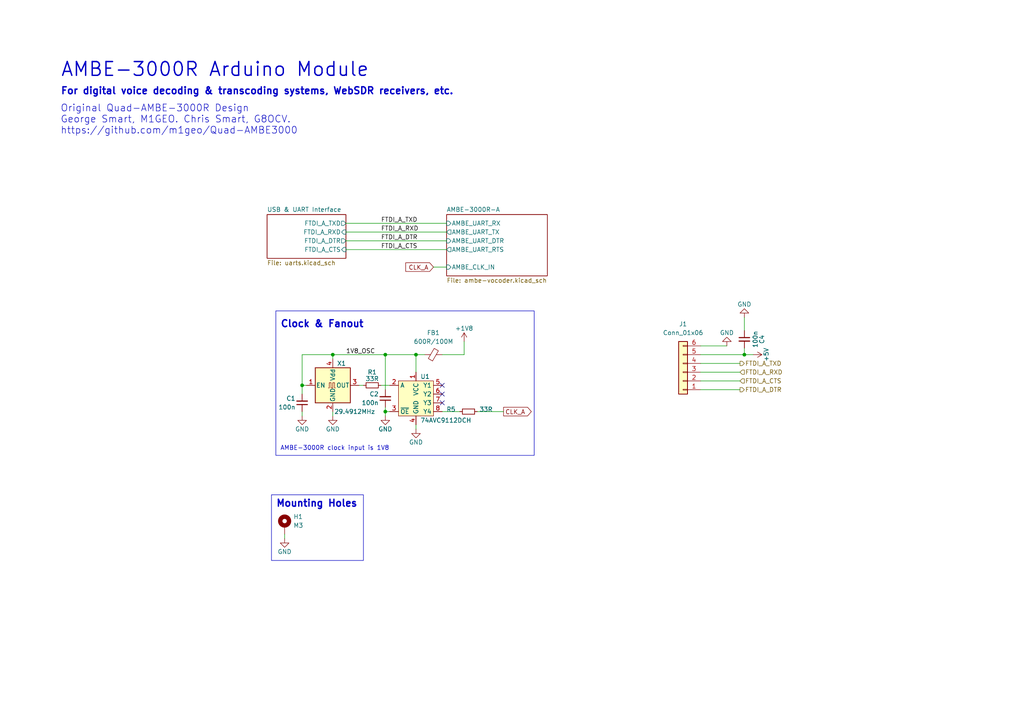
<source format=kicad_sch>
(kicad_sch
	(version 20231120)
	(generator "eeschema")
	(generator_version "8.0")
	(uuid "5724fa40-164f-4058-9cc8-ef80d9809dcd")
	(paper "A4")
	(title_block
		(title "AMBE-3000R Arduino Module")
		(date "2024-02-26")
		(rev "1.00")
		(company "VA3IAN")
		(comment 1 "Original Design: M1GEO & G8OCV")
	)
	(lib_symbols
		(symbol "74AVC9112DCH:74AVC9112DCH"
			(exclude_from_sim no)
			(in_bom yes)
			(on_board yes)
			(property "Reference" "U"
				(at 0 0 0)
				(effects
					(font
						(size 1.27 1.27)
					)
				)
			)
			(property "Value" "74AVC9112DCH"
				(at 0 0 0)
				(effects
					(font
						(size 1.27 1.27)
					)
				)
			)
			(property "Footprint" "Package_SO:VSSOP-8_2.4x2.1mm_P0.5mm"
				(at 0 0 0)
				(effects
					(font
						(size 1.27 1.27)
					)
					(hide yes)
				)
			)
			(property "Datasheet" "https://datasheet.lcsc.com/lcsc/2007021733_Nexperia-74AVC9112DCH_C546283.pdf"
				(at 0 0 0)
				(effects
					(font
						(size 1.27 1.27)
					)
					(hide yes)
				)
			)
			(property "Description" ""
				(at 0 0 0)
				(effects
					(font
						(size 1.27 1.27)
					)
					(hide yes)
				)
			)
			(property "LCSC" "C546283"
				(at 0 0 0)
				(effects
					(font
						(size 1.27 1.27)
					)
				)
			)
			(property "ki_keywords" "Clock Buffers, Drivers"
				(at 0 0 0)
				(effects
					(font
						(size 1.27 1.27)
					)
					(hide yes)
				)
			)
			(symbol "74AVC9112DCH_0_0"
				(pin power_in line
					(at 12.7 -7.62 270)
					(length 2.54)
					(name "VCC"
						(effects
							(font
								(size 1.27 1.27)
							)
						)
					)
					(number "1"
						(effects
							(font
								(size 1.27 1.27)
							)
						)
					)
				)
				(pin input line
					(at 5.08 -11.43 0)
					(length 2.54)
					(name "A"
						(effects
							(font
								(size 1.27 1.27)
							)
						)
					)
					(number "2"
						(effects
							(font
								(size 1.27 1.27)
							)
						)
					)
				)
				(pin input line
					(at 5.08 -19.05 0)
					(length 2.54)
					(name "~{OE}"
						(effects
							(font
								(size 1.27 1.27)
							)
						)
					)
					(number "3"
						(effects
							(font
								(size 1.27 1.27)
							)
						)
					)
				)
				(pin power_in line
					(at 12.7 -22.86 90)
					(length 2.54)
					(name "GND"
						(effects
							(font
								(size 1.27 1.27)
							)
						)
					)
					(number "4"
						(effects
							(font
								(size 1.27 1.27)
							)
						)
					)
				)
				(pin output line
					(at 20.32 -11.43 180)
					(length 2.54)
					(name "Y1"
						(effects
							(font
								(size 1.27 1.27)
							)
						)
					)
					(number "5"
						(effects
							(font
								(size 1.27 1.27)
							)
						)
					)
				)
				(pin output line
					(at 20.32 -13.97 180)
					(length 2.54)
					(name "Y2"
						(effects
							(font
								(size 1.27 1.27)
							)
						)
					)
					(number "6"
						(effects
							(font
								(size 1.27 1.27)
							)
						)
					)
				)
				(pin output line
					(at 20.32 -16.51 180)
					(length 2.54)
					(name "Y3"
						(effects
							(font
								(size 1.27 1.27)
							)
						)
					)
					(number "7"
						(effects
							(font
								(size 1.27 1.27)
							)
						)
					)
				)
				(pin output line
					(at 20.32 -19.05 180)
					(length 2.54)
					(name "Y4"
						(effects
							(font
								(size 1.27 1.27)
							)
						)
					)
					(number "8"
						(effects
							(font
								(size 1.27 1.27)
							)
						)
					)
				)
			)
			(symbol "74AVC9112DCH_1_1"
				(rectangle
					(start 7.62 -10.16)
					(end 17.78 -20.32)
					(stroke
						(width 0)
						(type default)
					)
					(fill
						(type background)
					)
				)
			)
		)
		(symbol "Connector_Generic:Conn_01x06"
			(pin_names
				(offset 1.016) hide)
			(exclude_from_sim no)
			(in_bom yes)
			(on_board yes)
			(property "Reference" "J"
				(at 0 7.62 0)
				(effects
					(font
						(size 1.27 1.27)
					)
				)
			)
			(property "Value" "Conn_01x06"
				(at 0 -10.16 0)
				(effects
					(font
						(size 1.27 1.27)
					)
				)
			)
			(property "Footprint" ""
				(at 0 0 0)
				(effects
					(font
						(size 1.27 1.27)
					)
					(hide yes)
				)
			)
			(property "Datasheet" "~"
				(at 0 0 0)
				(effects
					(font
						(size 1.27 1.27)
					)
					(hide yes)
				)
			)
			(property "Description" "Generic connector, single row, 01x06, script generated (kicad-library-utils/schlib/autogen/connector/)"
				(at 0 0 0)
				(effects
					(font
						(size 1.27 1.27)
					)
					(hide yes)
				)
			)
			(property "ki_keywords" "connector"
				(at 0 0 0)
				(effects
					(font
						(size 1.27 1.27)
					)
					(hide yes)
				)
			)
			(property "ki_fp_filters" "Connector*:*_1x??_*"
				(at 0 0 0)
				(effects
					(font
						(size 1.27 1.27)
					)
					(hide yes)
				)
			)
			(symbol "Conn_01x06_1_1"
				(rectangle
					(start -1.27 -7.493)
					(end 0 -7.747)
					(stroke
						(width 0.1524)
						(type default)
					)
					(fill
						(type none)
					)
				)
				(rectangle
					(start -1.27 -4.953)
					(end 0 -5.207)
					(stroke
						(width 0.1524)
						(type default)
					)
					(fill
						(type none)
					)
				)
				(rectangle
					(start -1.27 -2.413)
					(end 0 -2.667)
					(stroke
						(width 0.1524)
						(type default)
					)
					(fill
						(type none)
					)
				)
				(rectangle
					(start -1.27 0.127)
					(end 0 -0.127)
					(stroke
						(width 0.1524)
						(type default)
					)
					(fill
						(type none)
					)
				)
				(rectangle
					(start -1.27 2.667)
					(end 0 2.413)
					(stroke
						(width 0.1524)
						(type default)
					)
					(fill
						(type none)
					)
				)
				(rectangle
					(start -1.27 5.207)
					(end 0 4.953)
					(stroke
						(width 0.1524)
						(type default)
					)
					(fill
						(type none)
					)
				)
				(rectangle
					(start -1.27 6.35)
					(end 1.27 -8.89)
					(stroke
						(width 0.254)
						(type default)
					)
					(fill
						(type background)
					)
				)
				(pin passive line
					(at -5.08 5.08 0)
					(length 3.81)
					(name "Pin_1"
						(effects
							(font
								(size 1.27 1.27)
							)
						)
					)
					(number "1"
						(effects
							(font
								(size 1.27 1.27)
							)
						)
					)
				)
				(pin passive line
					(at -5.08 2.54 0)
					(length 3.81)
					(name "Pin_2"
						(effects
							(font
								(size 1.27 1.27)
							)
						)
					)
					(number "2"
						(effects
							(font
								(size 1.27 1.27)
							)
						)
					)
				)
				(pin passive line
					(at -5.08 0 0)
					(length 3.81)
					(name "Pin_3"
						(effects
							(font
								(size 1.27 1.27)
							)
						)
					)
					(number "3"
						(effects
							(font
								(size 1.27 1.27)
							)
						)
					)
				)
				(pin passive line
					(at -5.08 -2.54 0)
					(length 3.81)
					(name "Pin_4"
						(effects
							(font
								(size 1.27 1.27)
							)
						)
					)
					(number "4"
						(effects
							(font
								(size 1.27 1.27)
							)
						)
					)
				)
				(pin passive line
					(at -5.08 -5.08 0)
					(length 3.81)
					(name "Pin_5"
						(effects
							(font
								(size 1.27 1.27)
							)
						)
					)
					(number "5"
						(effects
							(font
								(size 1.27 1.27)
							)
						)
					)
				)
				(pin passive line
					(at -5.08 -7.62 0)
					(length 3.81)
					(name "Pin_6"
						(effects
							(font
								(size 1.27 1.27)
							)
						)
					)
					(number "6"
						(effects
							(font
								(size 1.27 1.27)
							)
						)
					)
				)
			)
		)
		(symbol "Device:C_Small"
			(pin_numbers hide)
			(pin_names
				(offset 0.254) hide)
			(exclude_from_sim no)
			(in_bom yes)
			(on_board yes)
			(property "Reference" "C"
				(at 0.254 1.778 0)
				(effects
					(font
						(size 1.27 1.27)
					)
					(justify left)
				)
			)
			(property "Value" "C_Small"
				(at 0.254 -2.032 0)
				(effects
					(font
						(size 1.27 1.27)
					)
					(justify left)
				)
			)
			(property "Footprint" ""
				(at 0 0 0)
				(effects
					(font
						(size 1.27 1.27)
					)
					(hide yes)
				)
			)
			(property "Datasheet" "~"
				(at 0 0 0)
				(effects
					(font
						(size 1.27 1.27)
					)
					(hide yes)
				)
			)
			(property "Description" "Unpolarized capacitor, small symbol"
				(at 0 0 0)
				(effects
					(font
						(size 1.27 1.27)
					)
					(hide yes)
				)
			)
			(property "ki_keywords" "capacitor cap"
				(at 0 0 0)
				(effects
					(font
						(size 1.27 1.27)
					)
					(hide yes)
				)
			)
			(property "ki_fp_filters" "C_*"
				(at 0 0 0)
				(effects
					(font
						(size 1.27 1.27)
					)
					(hide yes)
				)
			)
			(symbol "C_Small_0_1"
				(polyline
					(pts
						(xy -1.524 -0.508) (xy 1.524 -0.508)
					)
					(stroke
						(width 0.3302)
						(type default)
					)
					(fill
						(type none)
					)
				)
				(polyline
					(pts
						(xy -1.524 0.508) (xy 1.524 0.508)
					)
					(stroke
						(width 0.3048)
						(type default)
					)
					(fill
						(type none)
					)
				)
			)
			(symbol "C_Small_1_1"
				(pin passive line
					(at 0 2.54 270)
					(length 2.032)
					(name "~"
						(effects
							(font
								(size 1.27 1.27)
							)
						)
					)
					(number "1"
						(effects
							(font
								(size 1.27 1.27)
							)
						)
					)
				)
				(pin passive line
					(at 0 -2.54 90)
					(length 2.032)
					(name "~"
						(effects
							(font
								(size 1.27 1.27)
							)
						)
					)
					(number "2"
						(effects
							(font
								(size 1.27 1.27)
							)
						)
					)
				)
			)
		)
		(symbol "Device:FerriteBead_Small"
			(pin_numbers hide)
			(pin_names
				(offset 0)
			)
			(exclude_from_sim no)
			(in_bom yes)
			(on_board yes)
			(property "Reference" "FB"
				(at 1.905 1.27 0)
				(effects
					(font
						(size 1.27 1.27)
					)
					(justify left)
				)
			)
			(property "Value" "FerriteBead_Small"
				(at 1.905 -1.27 0)
				(effects
					(font
						(size 1.27 1.27)
					)
					(justify left)
				)
			)
			(property "Footprint" ""
				(at -1.778 0 90)
				(effects
					(font
						(size 1.27 1.27)
					)
					(hide yes)
				)
			)
			(property "Datasheet" "~"
				(at 0 0 0)
				(effects
					(font
						(size 1.27 1.27)
					)
					(hide yes)
				)
			)
			(property "Description" "Ferrite bead, small symbol"
				(at 0 0 0)
				(effects
					(font
						(size 1.27 1.27)
					)
					(hide yes)
				)
			)
			(property "ki_keywords" "L ferrite bead inductor filter"
				(at 0 0 0)
				(effects
					(font
						(size 1.27 1.27)
					)
					(hide yes)
				)
			)
			(property "ki_fp_filters" "Inductor_* L_* *Ferrite*"
				(at 0 0 0)
				(effects
					(font
						(size 1.27 1.27)
					)
					(hide yes)
				)
			)
			(symbol "FerriteBead_Small_0_1"
				(polyline
					(pts
						(xy 0 -1.27) (xy 0 -0.7874)
					)
					(stroke
						(width 0)
						(type default)
					)
					(fill
						(type none)
					)
				)
				(polyline
					(pts
						(xy 0 0.889) (xy 0 1.2954)
					)
					(stroke
						(width 0)
						(type default)
					)
					(fill
						(type none)
					)
				)
				(polyline
					(pts
						(xy -1.8288 0.2794) (xy -1.1176 1.4986) (xy 1.8288 -0.2032) (xy 1.1176 -1.4224) (xy -1.8288 0.2794)
					)
					(stroke
						(width 0)
						(type default)
					)
					(fill
						(type none)
					)
				)
			)
			(symbol "FerriteBead_Small_1_1"
				(pin passive line
					(at 0 2.54 270)
					(length 1.27)
					(name "~"
						(effects
							(font
								(size 1.27 1.27)
							)
						)
					)
					(number "1"
						(effects
							(font
								(size 1.27 1.27)
							)
						)
					)
				)
				(pin passive line
					(at 0 -2.54 90)
					(length 1.27)
					(name "~"
						(effects
							(font
								(size 1.27 1.27)
							)
						)
					)
					(number "2"
						(effects
							(font
								(size 1.27 1.27)
							)
						)
					)
				)
			)
		)
		(symbol "Device:R_Small"
			(pin_numbers hide)
			(pin_names
				(offset 0.254) hide)
			(exclude_from_sim no)
			(in_bom yes)
			(on_board yes)
			(property "Reference" "R"
				(at 0.762 0.508 0)
				(effects
					(font
						(size 1.27 1.27)
					)
					(justify left)
				)
			)
			(property "Value" "R_Small"
				(at 0.762 -1.016 0)
				(effects
					(font
						(size 1.27 1.27)
					)
					(justify left)
				)
			)
			(property "Footprint" ""
				(at 0 0 0)
				(effects
					(font
						(size 1.27 1.27)
					)
					(hide yes)
				)
			)
			(property "Datasheet" "~"
				(at 0 0 0)
				(effects
					(font
						(size 1.27 1.27)
					)
					(hide yes)
				)
			)
			(property "Description" "Resistor, small symbol"
				(at 0 0 0)
				(effects
					(font
						(size 1.27 1.27)
					)
					(hide yes)
				)
			)
			(property "ki_keywords" "R resistor"
				(at 0 0 0)
				(effects
					(font
						(size 1.27 1.27)
					)
					(hide yes)
				)
			)
			(property "ki_fp_filters" "R_*"
				(at 0 0 0)
				(effects
					(font
						(size 1.27 1.27)
					)
					(hide yes)
				)
			)
			(symbol "R_Small_0_1"
				(rectangle
					(start -0.762 1.778)
					(end 0.762 -1.778)
					(stroke
						(width 0.2032)
						(type default)
					)
					(fill
						(type none)
					)
				)
			)
			(symbol "R_Small_1_1"
				(pin passive line
					(at 0 2.54 270)
					(length 0.762)
					(name "~"
						(effects
							(font
								(size 1.27 1.27)
							)
						)
					)
					(number "1"
						(effects
							(font
								(size 1.27 1.27)
							)
						)
					)
				)
				(pin passive line
					(at 0 -2.54 90)
					(length 0.762)
					(name "~"
						(effects
							(font
								(size 1.27 1.27)
							)
						)
					)
					(number "2"
						(effects
							(font
								(size 1.27 1.27)
							)
						)
					)
				)
			)
		)
		(symbol "Mechanical:MountingHole_Pad"
			(pin_numbers hide)
			(pin_names
				(offset 1.016) hide)
			(exclude_from_sim no)
			(in_bom yes)
			(on_board yes)
			(property "Reference" "H"
				(at 0 6.35 0)
				(effects
					(font
						(size 1.27 1.27)
					)
				)
			)
			(property "Value" "MountingHole_Pad"
				(at 0 4.445 0)
				(effects
					(font
						(size 1.27 1.27)
					)
				)
			)
			(property "Footprint" ""
				(at 0 0 0)
				(effects
					(font
						(size 1.27 1.27)
					)
					(hide yes)
				)
			)
			(property "Datasheet" "~"
				(at 0 0 0)
				(effects
					(font
						(size 1.27 1.27)
					)
					(hide yes)
				)
			)
			(property "Description" "Mounting Hole with connection"
				(at 0 0 0)
				(effects
					(font
						(size 1.27 1.27)
					)
					(hide yes)
				)
			)
			(property "ki_keywords" "mounting hole"
				(at 0 0 0)
				(effects
					(font
						(size 1.27 1.27)
					)
					(hide yes)
				)
			)
			(property "ki_fp_filters" "MountingHole*Pad*"
				(at 0 0 0)
				(effects
					(font
						(size 1.27 1.27)
					)
					(hide yes)
				)
			)
			(symbol "MountingHole_Pad_0_1"
				(circle
					(center 0 1.27)
					(radius 1.27)
					(stroke
						(width 1.27)
						(type default)
					)
					(fill
						(type none)
					)
				)
			)
			(symbol "MountingHole_Pad_1_1"
				(pin input line
					(at 0 -2.54 90)
					(length 2.54)
					(name "1"
						(effects
							(font
								(size 1.27 1.27)
							)
						)
					)
					(number "1"
						(effects
							(font
								(size 1.27 1.27)
							)
						)
					)
				)
			)
		)
		(symbol "Oscillator:ASV-xxxMHz"
			(pin_names
				(offset 0.254)
			)
			(exclude_from_sim no)
			(in_bom yes)
			(on_board yes)
			(property "Reference" "X"
				(at -5.08 6.35 0)
				(effects
					(font
						(size 1.27 1.27)
					)
					(justify left)
				)
			)
			(property "Value" "ASV-xxxMHz"
				(at 1.27 -6.35 0)
				(effects
					(font
						(size 1.27 1.27)
					)
					(justify left)
				)
			)
			(property "Footprint" "Oscillator:Oscillator_SMD_Abracon_ASV-4Pin_7.0x5.1mm"
				(at 17.78 -8.89 0)
				(effects
					(font
						(size 1.27 1.27)
					)
					(hide yes)
				)
			)
			(property "Datasheet" "http://www.abracon.com/Oscillators/ASV.pdf"
				(at -2.54 0 0)
				(effects
					(font
						(size 1.27 1.27)
					)
					(hide yes)
				)
			)
			(property "Description" "3.3V HCMOS SMD Crystal Clock Oscillator, Abracon"
				(at 0 0 0)
				(effects
					(font
						(size 1.27 1.27)
					)
					(hide yes)
				)
			)
			(property "ki_keywords" "3.3V HCMOS SMD Crystal Clock Oscillator"
				(at 0 0 0)
				(effects
					(font
						(size 1.27 1.27)
					)
					(hide yes)
				)
			)
			(property "ki_fp_filters" "Oscillator*SMD*Abracon*ASV*7.0x5.1mm*"
				(at 0 0 0)
				(effects
					(font
						(size 1.27 1.27)
					)
					(hide yes)
				)
			)
			(symbol "ASV-xxxMHz_0_1"
				(rectangle
					(start -5.08 5.08)
					(end 5.08 -5.08)
					(stroke
						(width 0.254)
						(type default)
					)
					(fill
						(type background)
					)
				)
				(polyline
					(pts
						(xy -1.27 -0.762) (xy -1.016 -0.762) (xy -1.016 0.762) (xy -0.508 0.762) (xy -0.508 -0.762) (xy 0 -0.762)
						(xy 0 0.762) (xy 0.508 0.762) (xy 0.508 -0.762) (xy 0.762 -0.762)
					)
					(stroke
						(width 0)
						(type default)
					)
					(fill
						(type none)
					)
				)
			)
			(symbol "ASV-xxxMHz_1_1"
				(pin input line
					(at -7.62 0 0)
					(length 2.54)
					(name "EN"
						(effects
							(font
								(size 1.27 1.27)
							)
						)
					)
					(number "1"
						(effects
							(font
								(size 1.27 1.27)
							)
						)
					)
				)
				(pin power_in line
					(at 0 -7.62 90)
					(length 2.54)
					(name "GND"
						(effects
							(font
								(size 1.27 1.27)
							)
						)
					)
					(number "2"
						(effects
							(font
								(size 1.27 1.27)
							)
						)
					)
				)
				(pin output line
					(at 7.62 0 180)
					(length 2.54)
					(name "OUT"
						(effects
							(font
								(size 1.27 1.27)
							)
						)
					)
					(number "3"
						(effects
							(font
								(size 1.27 1.27)
							)
						)
					)
				)
				(pin power_in line
					(at 0 7.62 270)
					(length 2.54)
					(name "Vdd"
						(effects
							(font
								(size 1.27 1.27)
							)
						)
					)
					(number "4"
						(effects
							(font
								(size 1.27 1.27)
							)
						)
					)
				)
			)
		)
		(symbol "power:+1V8"
			(power)
			(pin_names
				(offset 0)
			)
			(exclude_from_sim no)
			(in_bom yes)
			(on_board yes)
			(property "Reference" "#PWR"
				(at 0 -3.81 0)
				(effects
					(font
						(size 1.27 1.27)
					)
					(hide yes)
				)
			)
			(property "Value" "+1V8"
				(at 0 3.556 0)
				(effects
					(font
						(size 1.27 1.27)
					)
				)
			)
			(property "Footprint" ""
				(at 0 0 0)
				(effects
					(font
						(size 1.27 1.27)
					)
					(hide yes)
				)
			)
			(property "Datasheet" ""
				(at 0 0 0)
				(effects
					(font
						(size 1.27 1.27)
					)
					(hide yes)
				)
			)
			(property "Description" "Power symbol creates a global label with name \"+1V8\""
				(at 0 0 0)
				(effects
					(font
						(size 1.27 1.27)
					)
					(hide yes)
				)
			)
			(property "ki_keywords" "global power"
				(at 0 0 0)
				(effects
					(font
						(size 1.27 1.27)
					)
					(hide yes)
				)
			)
			(symbol "+1V8_0_1"
				(polyline
					(pts
						(xy -0.762 1.27) (xy 0 2.54)
					)
					(stroke
						(width 0)
						(type default)
					)
					(fill
						(type none)
					)
				)
				(polyline
					(pts
						(xy 0 0) (xy 0 2.54)
					)
					(stroke
						(width 0)
						(type default)
					)
					(fill
						(type none)
					)
				)
				(polyline
					(pts
						(xy 0 2.54) (xy 0.762 1.27)
					)
					(stroke
						(width 0)
						(type default)
					)
					(fill
						(type none)
					)
				)
			)
			(symbol "+1V8_1_1"
				(pin power_in line
					(at 0 0 90)
					(length 0) hide
					(name "+1V8"
						(effects
							(font
								(size 1.27 1.27)
							)
						)
					)
					(number "1"
						(effects
							(font
								(size 1.27 1.27)
							)
						)
					)
				)
			)
		)
		(symbol "power:+5V"
			(power)
			(pin_names
				(offset 0)
			)
			(exclude_from_sim no)
			(in_bom yes)
			(on_board yes)
			(property "Reference" "#PWR"
				(at 0 -3.81 0)
				(effects
					(font
						(size 1.27 1.27)
					)
					(hide yes)
				)
			)
			(property "Value" "+5V"
				(at 0 3.556 0)
				(effects
					(font
						(size 1.27 1.27)
					)
				)
			)
			(property "Footprint" ""
				(at 0 0 0)
				(effects
					(font
						(size 1.27 1.27)
					)
					(hide yes)
				)
			)
			(property "Datasheet" ""
				(at 0 0 0)
				(effects
					(font
						(size 1.27 1.27)
					)
					(hide yes)
				)
			)
			(property "Description" "Power symbol creates a global label with name \"+5V\""
				(at 0 0 0)
				(effects
					(font
						(size 1.27 1.27)
					)
					(hide yes)
				)
			)
			(property "ki_keywords" "global power"
				(at 0 0 0)
				(effects
					(font
						(size 1.27 1.27)
					)
					(hide yes)
				)
			)
			(symbol "+5V_0_1"
				(polyline
					(pts
						(xy -0.762 1.27) (xy 0 2.54)
					)
					(stroke
						(width 0)
						(type default)
					)
					(fill
						(type none)
					)
				)
				(polyline
					(pts
						(xy 0 0) (xy 0 2.54)
					)
					(stroke
						(width 0)
						(type default)
					)
					(fill
						(type none)
					)
				)
				(polyline
					(pts
						(xy 0 2.54) (xy 0.762 1.27)
					)
					(stroke
						(width 0)
						(type default)
					)
					(fill
						(type none)
					)
				)
			)
			(symbol "+5V_1_1"
				(pin power_in line
					(at 0 0 90)
					(length 0) hide
					(name "+5V"
						(effects
							(font
								(size 1.27 1.27)
							)
						)
					)
					(number "1"
						(effects
							(font
								(size 1.27 1.27)
							)
						)
					)
				)
			)
		)
		(symbol "power:GND"
			(power)
			(pin_names
				(offset 0)
			)
			(exclude_from_sim no)
			(in_bom yes)
			(on_board yes)
			(property "Reference" "#PWR"
				(at 0 -6.35 0)
				(effects
					(font
						(size 1.27 1.27)
					)
					(hide yes)
				)
			)
			(property "Value" "GND"
				(at 0 -3.81 0)
				(effects
					(font
						(size 1.27 1.27)
					)
				)
			)
			(property "Footprint" ""
				(at 0 0 0)
				(effects
					(font
						(size 1.27 1.27)
					)
					(hide yes)
				)
			)
			(property "Datasheet" ""
				(at 0 0 0)
				(effects
					(font
						(size 1.27 1.27)
					)
					(hide yes)
				)
			)
			(property "Description" "Power symbol creates a global label with name \"GND\" , ground"
				(at 0 0 0)
				(effects
					(font
						(size 1.27 1.27)
					)
					(hide yes)
				)
			)
			(property "ki_keywords" "global power"
				(at 0 0 0)
				(effects
					(font
						(size 1.27 1.27)
					)
					(hide yes)
				)
			)
			(symbol "GND_0_1"
				(polyline
					(pts
						(xy 0 0) (xy 0 -1.27) (xy 1.27 -1.27) (xy 0 -2.54) (xy -1.27 -1.27) (xy 0 -1.27)
					)
					(stroke
						(width 0)
						(type default)
					)
					(fill
						(type none)
					)
				)
			)
			(symbol "GND_1_1"
				(pin power_in line
					(at 0 0 270)
					(length 0) hide
					(name "GND"
						(effects
							(font
								(size 1.27 1.27)
							)
						)
					)
					(number "1"
						(effects
							(font
								(size 1.27 1.27)
							)
						)
					)
				)
			)
		)
	)
	(junction
		(at 87.63 111.76)
		(diameter 0)
		(color 0 0 0 0)
		(uuid "18bdcc60-089b-4a44-8e41-1c3fa89f6b42")
	)
	(junction
		(at 120.65 102.87)
		(diameter 0)
		(color 0 0 0 0)
		(uuid "478b7b2f-d3de-4718-8e38-f32a6ffb6a50")
	)
	(junction
		(at 215.9 102.87)
		(diameter 0)
		(color 0 0 0 0)
		(uuid "64963454-e0cf-4335-bc3e-d76b6a934563")
	)
	(junction
		(at 111.76 102.87)
		(diameter 0)
		(color 0 0 0 0)
		(uuid "7aa531bd-2723-4ddd-8881-11df9ebf0d53")
	)
	(junction
		(at 111.76 119.38)
		(diameter 0)
		(color 0 0 0 0)
		(uuid "8d921e4d-8e9e-4bdd-b683-281f4d37745d")
	)
	(junction
		(at 96.52 102.87)
		(diameter 0)
		(color 0 0 0 0)
		(uuid "eb8dafb8-a30e-4859-9860-74888754dfe3")
	)
	(no_connect
		(at 128.27 111.76)
		(uuid "2df36dfa-c119-46d4-8dfe-eeed18d57f49")
	)
	(no_connect
		(at 128.27 116.84)
		(uuid "8da32772-4dac-41fb-9755-b492786db505")
	)
	(no_connect
		(at 128.27 114.3)
		(uuid "b8fa9850-9470-4078-bd22-55b82cdd3c57")
	)
	(wire
		(pts
			(xy 96.52 104.14) (xy 96.52 102.87)
		)
		(stroke
			(width 0)
			(type default)
		)
		(uuid "09ee5ed3-e859-44a3-ae72-6dce9294492e")
	)
	(wire
		(pts
			(xy 215.9 102.87) (xy 218.44 102.87)
		)
		(stroke
			(width 0)
			(type default)
		)
		(uuid "17cef61a-ceae-47fe-8bef-07fbbaeb6be5")
	)
	(wire
		(pts
			(xy 203.2 102.87) (xy 215.9 102.87)
		)
		(stroke
			(width 0)
			(type default)
		)
		(uuid "19ad211d-0172-4192-9ae2-51a23107745c")
	)
	(wire
		(pts
			(xy 104.14 111.76) (xy 105.41 111.76)
		)
		(stroke
			(width 0)
			(type default)
		)
		(uuid "25093115-a6fc-408d-8848-f0dd45d817c2")
	)
	(wire
		(pts
			(xy 138.43 119.38) (xy 146.05 119.38)
		)
		(stroke
			(width 0)
			(type default)
		)
		(uuid "2867989a-6690-49e7-aa0c-c5832c54fcee")
	)
	(wire
		(pts
			(xy 125.73 77.47) (xy 129.54 77.47)
		)
		(stroke
			(width 0)
			(type default)
		)
		(uuid "29949549-1446-48bd-807a-b7dbed37e9f7")
	)
	(wire
		(pts
			(xy 87.63 102.87) (xy 87.63 111.76)
		)
		(stroke
			(width 0)
			(type default)
		)
		(uuid "3a850c89-9f47-4f20-a63e-bb2489cbb4f4")
	)
	(wire
		(pts
			(xy 100.33 67.31) (xy 129.54 67.31)
		)
		(stroke
			(width 0)
			(type default)
		)
		(uuid "3b8d6d6f-c250-48cd-a295-6c3dd806cc07")
	)
	(wire
		(pts
			(xy 203.2 113.03) (xy 214.63 113.03)
		)
		(stroke
			(width 0)
			(type default)
		)
		(uuid "400af021-7cb5-43f5-b342-c68686e899df")
	)
	(wire
		(pts
			(xy 123.19 102.87) (xy 120.65 102.87)
		)
		(stroke
			(width 0)
			(type default)
		)
		(uuid "436cab08-be51-4bd6-bed3-ecf683f0e2c7")
	)
	(wire
		(pts
			(xy 215.9 100.965) (xy 215.9 102.87)
		)
		(stroke
			(width 0)
			(type default)
		)
		(uuid "4aeb70b5-6d3d-49f8-b775-da6f3baa91c3")
	)
	(wire
		(pts
			(xy 120.65 123.19) (xy 120.65 124.46)
		)
		(stroke
			(width 0)
			(type default)
		)
		(uuid "4d537a6a-c845-4f89-ad6e-ba1d9df765b4")
	)
	(wire
		(pts
			(xy 111.76 118.11) (xy 111.76 119.38)
		)
		(stroke
			(width 0)
			(type default)
		)
		(uuid "520833ff-cef8-41c5-aad0-dd6d02de75d5")
	)
	(wire
		(pts
			(xy 203.2 107.95) (xy 214.63 107.95)
		)
		(stroke
			(width 0)
			(type default)
		)
		(uuid "5ae0b3b0-db77-4917-b859-ebece2909318")
	)
	(wire
		(pts
			(xy 120.65 102.87) (xy 120.65 107.95)
		)
		(stroke
			(width 0)
			(type default)
		)
		(uuid "5b662144-0280-4cab-9736-c7216cb79e51")
	)
	(wire
		(pts
			(xy 134.62 102.87) (xy 128.27 102.87)
		)
		(stroke
			(width 0)
			(type default)
		)
		(uuid "681208a7-f302-4360-a083-babdbd0fd576")
	)
	(wire
		(pts
			(xy 134.62 99.06) (xy 134.62 102.87)
		)
		(stroke
			(width 0)
			(type default)
		)
		(uuid "6ab70053-bf86-48a9-aac6-131ed5a2d8e2")
	)
	(wire
		(pts
			(xy 111.76 119.38) (xy 113.03 119.38)
		)
		(stroke
			(width 0)
			(type default)
		)
		(uuid "754d8b55-28f4-47c7-8bc9-076d51c2afea")
	)
	(wire
		(pts
			(xy 82.55 154.94) (xy 82.55 156.21)
		)
		(stroke
			(width 0)
			(type default)
		)
		(uuid "76496eaa-329f-4675-a507-9c91af394b9f")
	)
	(wire
		(pts
			(xy 96.52 102.87) (xy 87.63 102.87)
		)
		(stroke
			(width 0)
			(type default)
		)
		(uuid "804fc211-87f8-4952-9161-b4debf82bb78")
	)
	(wire
		(pts
			(xy 215.9 95.885) (xy 215.9 92.075)
		)
		(stroke
			(width 0)
			(type default)
		)
		(uuid "85118aa4-cb03-4072-bf05-7b23f1b3e9b2")
	)
	(wire
		(pts
			(xy 96.52 102.87) (xy 111.76 102.87)
		)
		(stroke
			(width 0)
			(type default)
		)
		(uuid "851d6cde-bdee-464c-8aa4-035c04a8480b")
	)
	(wire
		(pts
			(xy 87.63 111.76) (xy 87.63 114.3)
		)
		(stroke
			(width 0)
			(type default)
		)
		(uuid "897816c9-bf98-465b-b495-e49ccd418c7f")
	)
	(wire
		(pts
			(xy 96.52 119.38) (xy 96.52 120.65)
		)
		(stroke
			(width 0)
			(type default)
		)
		(uuid "9bd65321-0e90-451d-b5b0-aa3c0154ce38")
	)
	(wire
		(pts
			(xy 87.63 119.38) (xy 87.63 120.65)
		)
		(stroke
			(width 0)
			(type default)
		)
		(uuid "9f61cb2c-270e-4d05-ae06-b4b6a0bd985f")
	)
	(wire
		(pts
			(xy 111.76 102.87) (xy 111.76 113.03)
		)
		(stroke
			(width 0)
			(type default)
		)
		(uuid "a361d0cb-3145-4c7e-aac7-e7bd6bfe0f5e")
	)
	(wire
		(pts
			(xy 128.27 119.38) (xy 133.35 119.38)
		)
		(stroke
			(width 0)
			(type default)
		)
		(uuid "abf0f0cd-4275-4260-8a80-8ee46f7f6847")
	)
	(wire
		(pts
			(xy 111.76 119.38) (xy 111.76 120.65)
		)
		(stroke
			(width 0)
			(type default)
		)
		(uuid "afb5cea1-49be-419e-9e93-1a8d6ff91137")
	)
	(wire
		(pts
			(xy 203.2 100.33) (xy 210.82 100.33)
		)
		(stroke
			(width 0)
			(type default)
		)
		(uuid "b3f5821f-9f40-408a-9980-a0e032937fa7")
	)
	(wire
		(pts
			(xy 203.2 105.41) (xy 214.63 105.41)
		)
		(stroke
			(width 0)
			(type default)
		)
		(uuid "c4875a35-fa1a-4d9e-9172-402dadc65cf9")
	)
	(wire
		(pts
			(xy 111.76 102.87) (xy 120.65 102.87)
		)
		(stroke
			(width 0)
			(type default)
		)
		(uuid "c772a2a3-247a-48db-a350-5d75be05fc8b")
	)
	(wire
		(pts
			(xy 110.49 111.76) (xy 113.03 111.76)
		)
		(stroke
			(width 0)
			(type default)
		)
		(uuid "cc9a42be-0ff7-498c-bad0-83f8872f32d5")
	)
	(wire
		(pts
			(xy 100.33 72.39) (xy 129.54 72.39)
		)
		(stroke
			(width 0)
			(type default)
		)
		(uuid "d73cb0db-1c3f-46c3-a896-945864b986cd")
	)
	(wire
		(pts
			(xy 203.2 110.49) (xy 214.63 110.49)
		)
		(stroke
			(width 0)
			(type default)
		)
		(uuid "e429df8d-2dba-4132-9ca0-ef0c848d33f1")
	)
	(wire
		(pts
			(xy 87.63 111.76) (xy 88.9 111.76)
		)
		(stroke
			(width 0)
			(type default)
		)
		(uuid "e722d724-ddff-4135-8cd2-7a0f01f93e1d")
	)
	(wire
		(pts
			(xy 100.33 64.77) (xy 129.54 64.77)
		)
		(stroke
			(width 0)
			(type default)
		)
		(uuid "f222deae-a9ab-4a0e-b970-895062635f0f")
	)
	(wire
		(pts
			(xy 100.33 69.85) (xy 129.54 69.85)
		)
		(stroke
			(width 0)
			(type default)
		)
		(uuid "f26233a9-a310-4676-a4c1-c80cb3433405")
	)
	(rectangle
		(start 80.01 90.17)
		(end 154.94 132.08)
		(stroke
			(width 0)
			(type default)
		)
		(fill
			(type none)
		)
		(uuid 9351023d-a76b-4eee-84a9-d1a9194ae292)
	)
	(rectangle
		(start 78.74 143.51)
		(end 105.41 162.56)
		(stroke
			(width 0)
			(type default)
		)
		(fill
			(type none)
		)
		(uuid c056a275-04d4-4e9d-a67b-ece010c69047)
	)
	(text "Original Quad-AMBE-3000R Design\nGeorge Smart, M1GEO. Chris Smart, G8OCV.\nhttps://github.com/m1geo/Quad-AMBE3000"
		(exclude_from_sim no)
		(at 17.526 39.116 0)
		(effects
			(font
				(size 2 2)
			)
			(justify left bottom)
		)
		(uuid "5566e70f-942e-4e91-90cb-5ff88cfa1d9a")
	)
	(text "Mounting Holes"
		(exclude_from_sim no)
		(at 80.01 147.32 0)
		(effects
			(font
				(size 2 2)
				(thickness 0.4)
				(bold yes)
			)
			(justify left bottom)
		)
		(uuid "61f9dd3c-de36-47b2-bc5b-15673df9cf83")
	)
	(text "AMBE-3000R Arduino Module"
		(exclude_from_sim no)
		(at 17.526 22.606 0)
		(effects
			(font
				(size 4 4)
				(thickness 0.4)
				(bold yes)
			)
			(justify left bottom)
		)
		(uuid "66289f86-da99-4bfe-a700-1d6ed42ea1d1")
	)
	(text "AMBE-3000R clock input is 1V8"
		(exclude_from_sim no)
		(at 81.28 130.81 0)
		(effects
			(font
				(size 1.27 1.27)
			)
			(justify left bottom)
		)
		(uuid "6a0eaef0-1698-4244-ae1b-9a128247c163")
	)
	(text "For digital voice decoding & transcoding systems, WebSDR receivers, etc."
		(exclude_from_sim no)
		(at 17.526 27.686 0)
		(effects
			(font
				(size 2 2)
				(thickness 0.4)
				(bold yes)
			)
			(justify left bottom)
		)
		(uuid "7d8deb95-e18b-4aea-8501-96993608d382")
	)
	(text "Clock & Fanout"
		(exclude_from_sim no)
		(at 81.28 95.25 0)
		(effects
			(font
				(size 2 2)
				(thickness 0.4)
				(bold yes)
			)
			(justify left bottom)
		)
		(uuid "81ce3e52-dc88-4baf-aac6-63a29238e979")
	)
	(label "FTDI_A_DTR"
		(at 110.49 69.85 0)
		(fields_autoplaced yes)
		(effects
			(font
				(size 1.27 1.27)
			)
			(justify left bottom)
		)
		(uuid "2f34a1dc-d3af-484d-ae13-5a56820b68e5")
	)
	(label "FTDI_A_CTS"
		(at 110.49 72.39 0)
		(fields_autoplaced yes)
		(effects
			(font
				(size 1.27 1.27)
			)
			(justify left bottom)
		)
		(uuid "30c1bad9-c3c6-4ae5-965f-3fea4bd044ae")
	)
	(label "FTDI_A_RXD"
		(at 110.49 67.31 0)
		(fields_autoplaced yes)
		(effects
			(font
				(size 1.27 1.27)
			)
			(justify left bottom)
		)
		(uuid "75512443-2c58-42c4-a0f7-2acfe4a7a515")
	)
	(label "1V8_OSC"
		(at 100.33 102.87 0)
		(fields_autoplaced yes)
		(effects
			(font
				(size 1.27 1.27)
			)
			(justify left bottom)
		)
		(uuid "e0c6b959-1e99-4a69-98ec-1a8a57d793b9")
	)
	(label "FTDI_A_TXD"
		(at 110.49 64.77 0)
		(fields_autoplaced yes)
		(effects
			(font
				(size 1.27 1.27)
			)
			(justify left bottom)
		)
		(uuid "e60785e1-f028-40d9-87ad-6b9560d0579e")
	)
	(global_label "CLK_A"
		(shape input)
		(at 125.73 77.47 180)
		(fields_autoplaced yes)
		(effects
			(font
				(size 1.27 1.27)
			)
			(justify right)
		)
		(uuid "79a9f182-4c51-43f8-bdd2-96e6437ca67e")
		(property "Intersheetrefs" "${INTERSHEET_REFS}"
			(at 117.1205 77.47 0)
			(effects
				(font
					(size 1.27 1.27)
				)
				(justify right)
				(hide yes)
			)
		)
	)
	(global_label "CLK_A"
		(shape output)
		(at 146.05 119.38 0)
		(fields_autoplaced yes)
		(effects
			(font
				(size 1.27 1.27)
			)
			(justify left)
		)
		(uuid "8582d40e-eb2b-4a8c-a129-3b0d72d17b45")
		(property "Intersheetrefs" "${INTERSHEET_REFS}"
			(at 154.6595 119.38 0)
			(effects
				(font
					(size 1.27 1.27)
				)
				(justify left)
				(hide yes)
			)
		)
	)
	(hierarchical_label "FTDI_A_TXD"
		(shape output)
		(at 214.63 105.41 0)
		(fields_autoplaced yes)
		(effects
			(font
				(size 1.27 1.27)
			)
			(justify left)
		)
		(uuid "308a5e09-d8c7-4091-9a8e-9314df582138")
	)
	(hierarchical_label "FTDI_A_RXD"
		(shape input)
		(at 214.63 107.95 0)
		(fields_autoplaced yes)
		(effects
			(font
				(size 1.27 1.27)
			)
			(justify left)
		)
		(uuid "42203abb-b6e9-4119-bd56-cddeea4f8d4c")
	)
	(hierarchical_label "FTDI_A_DTR"
		(shape output)
		(at 214.63 113.03 0)
		(fields_autoplaced yes)
		(effects
			(font
				(size 1.27 1.27)
			)
			(justify left)
		)
		(uuid "4ca6cac4-cb7e-4bf1-85a0-5188c2c5822f")
	)
	(hierarchical_label "FTDI_A_CTS"
		(shape input)
		(at 214.63 110.49 0)
		(fields_autoplaced yes)
		(effects
			(font
				(size 1.27 1.27)
			)
			(justify left)
		)
		(uuid "76ee76d6-2955-4e0f-813e-a00387562bb4")
	)
	(symbol
		(lib_id "power:GND")
		(at 96.52 120.65 0)
		(mirror y)
		(unit 1)
		(exclude_from_sim no)
		(in_bom yes)
		(on_board yes)
		(dnp no)
		(uuid "055c4c27-e55c-4690-bef2-bceee8bbfda3")
		(property "Reference" "#PWR02"
			(at 96.52 127 0)
			(effects
				(font
					(size 1.27 1.27)
				)
				(hide yes)
			)
		)
		(property "Value" "GND"
			(at 96.52 124.46 0)
			(effects
				(font
					(size 1.27 1.27)
				)
			)
		)
		(property "Footprint" ""
			(at 96.52 120.65 0)
			(effects
				(font
					(size 1.27 1.27)
				)
				(hide yes)
			)
		)
		(property "Datasheet" ""
			(at 96.52 120.65 0)
			(effects
				(font
					(size 1.27 1.27)
				)
				(hide yes)
			)
		)
		(property "Description" ""
			(at 96.52 120.65 0)
			(effects
				(font
					(size 1.27 1.27)
				)
				(hide yes)
			)
		)
		(pin "1"
			(uuid "6c995ae0-8ce7-471e-8263-9853d5cfe321")
		)
		(instances
			(project "AMBE3000"
				(path "/5724fa40-164f-4058-9cc8-ef80d9809dcd"
					(reference "#PWR02")
					(unit 1)
				)
			)
		)
	)
	(symbol
		(lib_id "power:GND")
		(at 111.76 120.65 0)
		(unit 1)
		(exclude_from_sim no)
		(in_bom yes)
		(on_board yes)
		(dnp no)
		(uuid "0cb75571-fff7-4a53-8744-30356562d39c")
		(property "Reference" "#PWR03"
			(at 111.76 127 0)
			(effects
				(font
					(size 1.27 1.27)
				)
				(hide yes)
			)
		)
		(property "Value" "GND"
			(at 111.76 124.46 0)
			(effects
				(font
					(size 1.27 1.27)
				)
			)
		)
		(property "Footprint" ""
			(at 111.76 120.65 0)
			(effects
				(font
					(size 1.27 1.27)
				)
				(hide yes)
			)
		)
		(property "Datasheet" ""
			(at 111.76 120.65 0)
			(effects
				(font
					(size 1.27 1.27)
				)
				(hide yes)
			)
		)
		(property "Description" ""
			(at 111.76 120.65 0)
			(effects
				(font
					(size 1.27 1.27)
				)
				(hide yes)
			)
		)
		(pin "1"
			(uuid "daa0253d-86fa-4e23-9561-62c96baa1607")
		)
		(instances
			(project "AMBE3000"
				(path "/5724fa40-164f-4058-9cc8-ef80d9809dcd"
					(reference "#PWR03")
					(unit 1)
				)
			)
		)
	)
	(symbol
		(lib_id "Device:C_Small")
		(at 215.9 98.425 0)
		(mirror y)
		(unit 1)
		(exclude_from_sim no)
		(in_bom yes)
		(on_board yes)
		(dnp no)
		(uuid "0e443fd9-fc19-4a16-83ba-25bde01fb8cd")
		(property "Reference" "C4"
			(at 220.98 98.425 90)
			(effects
				(font
					(size 1.27 1.27)
				)
			)
		)
		(property "Value" "100n"
			(at 219.075 98.425 90)
			(effects
				(font
					(size 1.27 1.27)
				)
			)
		)
		(property "Footprint" "Capacitor_SMD:C_0603_1608Metric"
			(at 215.9 98.425 0)
			(effects
				(font
					(size 1.27 1.27)
				)
				(hide yes)
			)
		)
		(property "Datasheet" "https://datasheet.lcsc.com/lcsc/2211101700_YAGEO-CC0603KRX7R9BB104_C14663.pdf"
			(at 215.9 98.425 0)
			(effects
				(font
					(size 1.27 1.27)
				)
				(hide yes)
			)
		)
		(property "Description" ""
			(at 215.9 98.425 0)
			(effects
				(font
					(size 1.27 1.27)
				)
				(hide yes)
			)
		)
		(property "LCSC" "C14663"
			(at 215.9 98.425 0)
			(effects
				(font
					(size 1.27 1.27)
				)
				(hide yes)
			)
		)
		(pin "1"
			(uuid "62fc39ec-2d43-43ed-b669-6651ae8caee2")
		)
		(pin "2"
			(uuid "b1d3afc4-f5cd-4186-8f22-2c4e714a9fa2")
		)
		(instances
			(project "AMBE3000"
				(path "/5724fa40-164f-4058-9cc8-ef80d9809dcd"
					(reference "C4")
					(unit 1)
				)
			)
		)
	)
	(symbol
		(lib_id "power:+5V")
		(at 218.44 102.87 270)
		(unit 1)
		(exclude_from_sim no)
		(in_bom yes)
		(on_board yes)
		(dnp no)
		(uuid "1853cd9b-a6d4-4823-964b-cbd35dfdf374")
		(property "Reference" "#PWR012"
			(at 214.63 102.87 0)
			(effects
				(font
					(size 1.27 1.27)
				)
				(hide yes)
			)
		)
		(property "Value" "+5V"
			(at 222.25 102.87 0)
			(effects
				(font
					(size 1.27 1.27)
				)
			)
		)
		(property "Footprint" ""
			(at 218.44 102.87 0)
			(effects
				(font
					(size 1.27 1.27)
				)
				(hide yes)
			)
		)
		(property "Datasheet" ""
			(at 218.44 102.87 0)
			(effects
				(font
					(size 1.27 1.27)
				)
				(hide yes)
			)
		)
		(property "Description" ""
			(at 218.44 102.87 0)
			(effects
				(font
					(size 1.27 1.27)
				)
				(hide yes)
			)
		)
		(pin "1"
			(uuid "094064c5-9d0a-42ac-a1b3-649e24af3304")
		)
		(instances
			(project "AMBE3000"
				(path "/5724fa40-164f-4058-9cc8-ef80d9809dcd"
					(reference "#PWR012")
					(unit 1)
				)
			)
		)
	)
	(symbol
		(lib_id "power:+1V8")
		(at 134.62 99.06 0)
		(unit 1)
		(exclude_from_sim no)
		(in_bom yes)
		(on_board yes)
		(dnp no)
		(uuid "28b03100-26b8-45c3-b505-7115bcf81c78")
		(property "Reference" "#PWR05"
			(at 134.62 102.87 0)
			(effects
				(font
					(size 1.27 1.27)
				)
				(hide yes)
			)
		)
		(property "Value" "+1V8"
			(at 134.62 95.25 0)
			(effects
				(font
					(size 1.27 1.27)
				)
			)
		)
		(property "Footprint" ""
			(at 134.62 99.06 0)
			(effects
				(font
					(size 1.27 1.27)
				)
				(hide yes)
			)
		)
		(property "Datasheet" ""
			(at 134.62 99.06 0)
			(effects
				(font
					(size 1.27 1.27)
				)
				(hide yes)
			)
		)
		(property "Description" ""
			(at 134.62 99.06 0)
			(effects
				(font
					(size 1.27 1.27)
				)
				(hide yes)
			)
		)
		(pin "1"
			(uuid "f945e0eb-9000-456f-9f33-3aba3958bbf7")
		)
		(instances
			(project "AMBE3000"
				(path "/5724fa40-164f-4058-9cc8-ef80d9809dcd"
					(reference "#PWR05")
					(unit 1)
				)
			)
		)
	)
	(symbol
		(lib_id "Device:FerriteBead_Small")
		(at 125.73 102.87 90)
		(unit 1)
		(exclude_from_sim no)
		(in_bom yes)
		(on_board yes)
		(dnp no)
		(uuid "2a54d043-5556-40fa-9427-76a4154d335f")
		(property "Reference" "FB1"
			(at 125.6919 96.52 90)
			(effects
				(font
					(size 1.27 1.27)
				)
			)
		)
		(property "Value" "600R/100M"
			(at 125.73 99.06 90)
			(effects
				(font
					(size 1.27 1.27)
				)
			)
		)
		(property "Footprint" "Inductor_SMD:L_0805_2012Metric"
			(at 125.73 104.648 90)
			(effects
				(font
					(size 1.27 1.27)
				)
				(hide yes)
			)
		)
		(property "Datasheet" "https://datasheet.lcsc.com/lcsc/2109181830_Sunlord-GZ2012D601TF_C1017.pdf"
			(at 125.73 102.87 0)
			(effects
				(font
					(size 1.27 1.27)
				)
				(hide yes)
			)
		)
		(property "Description" ""
			(at 125.73 102.87 0)
			(effects
				(font
					(size 1.27 1.27)
				)
				(hide yes)
			)
		)
		(property "LCSC" "C1017"
			(at 125.73 102.87 0)
			(effects
				(font
					(size 1.27 1.27)
				)
				(hide yes)
			)
		)
		(pin "1"
			(uuid "d366136c-8c34-4b8b-9bb9-e682090760c9")
		)
		(pin "2"
			(uuid "d8ac3bd9-40f9-4782-9b78-f41ce2cd9f73")
		)
		(instances
			(project "AMBE3000"
				(path "/5724fa40-164f-4058-9cc8-ef80d9809dcd"
					(reference "FB1")
					(unit 1)
				)
			)
		)
	)
	(symbol
		(lib_id "power:GND")
		(at 87.63 120.65 0)
		(unit 1)
		(exclude_from_sim no)
		(in_bom yes)
		(on_board yes)
		(dnp no)
		(uuid "38f6d358-6270-4eb9-8bf3-1752bc475363")
		(property "Reference" "#PWR01"
			(at 87.63 127 0)
			(effects
				(font
					(size 1.27 1.27)
				)
				(hide yes)
			)
		)
		(property "Value" "GND"
			(at 87.63 124.46 0)
			(effects
				(font
					(size 1.27 1.27)
				)
			)
		)
		(property "Footprint" ""
			(at 87.63 120.65 0)
			(effects
				(font
					(size 1.27 1.27)
				)
				(hide yes)
			)
		)
		(property "Datasheet" ""
			(at 87.63 120.65 0)
			(effects
				(font
					(size 1.27 1.27)
				)
				(hide yes)
			)
		)
		(property "Description" ""
			(at 87.63 120.65 0)
			(effects
				(font
					(size 1.27 1.27)
				)
				(hide yes)
			)
		)
		(pin "1"
			(uuid "431747c2-d213-4f20-b2fa-73f993770596")
		)
		(instances
			(project "AMBE3000"
				(path "/5724fa40-164f-4058-9cc8-ef80d9809dcd"
					(reference "#PWR01")
					(unit 1)
				)
			)
		)
	)
	(symbol
		(lib_id "Oscillator:ASV-xxxMHz")
		(at 96.52 111.76 0)
		(unit 1)
		(exclude_from_sim no)
		(in_bom yes)
		(on_board yes)
		(dnp no)
		(uuid "65fe14f4-7fb6-4ebe-ab6e-e30afe1ea949")
		(property "Reference" "X1"
			(at 99.06 105.41 0)
			(effects
				(font
					(size 1.27 1.27)
				)
			)
		)
		(property "Value" "29.4912MHz"
			(at 102.87 119.38 0)
			(effects
				(font
					(size 1.27 1.27)
				)
			)
		)
		(property "Footprint" "Oscillator:Oscillator_SMD_Abracon_ASV-4Pin_7.0x5.1mm"
			(at 114.3 120.65 0)
			(effects
				(font
					(size 1.27 1.27)
				)
				(hide yes)
			)
		)
		(property "Datasheet" "https://datasheet.lcsc.com/lcsc/2110101030_Shenzhen-SCTF-Elec-SX7M29-4912M20F30TNN_C2901492.pdf"
			(at 93.98 111.76 0)
			(effects
				(font
					(size 1.27 1.27)
				)
				(hide yes)
			)
		)
		(property "Description" ""
			(at 96.52 111.76 0)
			(effects
				(font
					(size 1.27 1.27)
				)
				(hide yes)
			)
		)
		(property "LCSC" "C2901492"
			(at 96.52 111.76 0)
			(effects
				(font
					(size 1.27 1.27)
				)
				(hide yes)
			)
		)
		(pin "1"
			(uuid "5cebc048-ebb4-4478-91e1-35a1241332aa")
		)
		(pin "2"
			(uuid "62da6bae-a96b-48bc-b7af-cf79b59b20ab")
		)
		(pin "3"
			(uuid "958a45c6-b259-429d-a00b-31618fec60f1")
		)
		(pin "4"
			(uuid "4877185b-4dc5-4c9a-b5ea-d6171147bbbc")
		)
		(instances
			(project "AMBE3000"
				(path "/5724fa40-164f-4058-9cc8-ef80d9809dcd"
					(reference "X1")
					(unit 1)
				)
			)
		)
	)
	(symbol
		(lib_id "Mechanical:MountingHole_Pad")
		(at 82.55 152.4 0)
		(unit 1)
		(exclude_from_sim no)
		(in_bom yes)
		(on_board yes)
		(dnp no)
		(fields_autoplaced yes)
		(uuid "66c8ea2f-4cc4-4bbb-ab63-1ae22f888d45")
		(property "Reference" "H1"
			(at 85.09 149.86 0)
			(effects
				(font
					(size 1.27 1.27)
				)
				(justify left)
			)
		)
		(property "Value" "M3"
			(at 85.09 152.4 0)
			(effects
				(font
					(size 1.27 1.27)
				)
				(justify left)
			)
		)
		(property "Footprint" "MountingHole:MountingHole_3.2mm_M3_Pad_Via"
			(at 82.55 152.4 0)
			(effects
				(font
					(size 1.27 1.27)
				)
				(hide yes)
			)
		)
		(property "Datasheet" ""
			(at 82.55 152.4 0)
			(effects
				(font
					(size 1.27 1.27)
				)
				(hide yes)
			)
		)
		(property "Description" ""
			(at 82.55 152.4 0)
			(effects
				(font
					(size 1.27 1.27)
				)
				(hide yes)
			)
		)
		(property "LCSC" "DNF"
			(at 82.55 152.4 0)
			(effects
				(font
					(size 1.27 1.27)
				)
				(hide yes)
			)
		)
		(pin "1"
			(uuid "44beb648-bfca-40a9-aa3d-3b80444e08f6")
		)
		(instances
			(project "AMBE3000"
				(path "/5724fa40-164f-4058-9cc8-ef80d9809dcd"
					(reference "H1")
					(unit 1)
				)
			)
		)
	)
	(symbol
		(lib_id "power:GND")
		(at 82.55 156.21 0)
		(unit 1)
		(exclude_from_sim no)
		(in_bom yes)
		(on_board yes)
		(dnp no)
		(uuid "6947b874-b5a4-45d1-bb32-3e7c713e2884")
		(property "Reference" "#PWR033"
			(at 82.55 162.56 0)
			(effects
				(font
					(size 1.27 1.27)
				)
				(hide yes)
			)
		)
		(property "Value" "GND"
			(at 82.55 160.02 0)
			(effects
				(font
					(size 1.27 1.27)
				)
			)
		)
		(property "Footprint" ""
			(at 82.55 156.21 0)
			(effects
				(font
					(size 1.27 1.27)
				)
				(hide yes)
			)
		)
		(property "Datasheet" ""
			(at 82.55 156.21 0)
			(effects
				(font
					(size 1.27 1.27)
				)
				(hide yes)
			)
		)
		(property "Description" ""
			(at 82.55 156.21 0)
			(effects
				(font
					(size 1.27 1.27)
				)
				(hide yes)
			)
		)
		(pin "1"
			(uuid "ebba20ac-214d-4230-9d20-aeaccd043b53")
		)
		(instances
			(project "AMBE3000"
				(path "/5724fa40-164f-4058-9cc8-ef80d9809dcd"
					(reference "#PWR033")
					(unit 1)
				)
			)
		)
	)
	(symbol
		(lib_id "power:GND")
		(at 215.9 92.075 0)
		(mirror x)
		(unit 1)
		(exclude_from_sim no)
		(in_bom yes)
		(on_board yes)
		(dnp no)
		(uuid "755e6673-8ac3-4bdd-8faa-f4114933deb2")
		(property "Reference" "#PWR011"
			(at 215.9 85.725 0)
			(effects
				(font
					(size 1.27 1.27)
				)
				(hide yes)
			)
		)
		(property "Value" "GND"
			(at 215.9 88.265 0)
			(effects
				(font
					(size 1.27 1.27)
				)
			)
		)
		(property "Footprint" ""
			(at 215.9 92.075 0)
			(effects
				(font
					(size 1.27 1.27)
				)
				(hide yes)
			)
		)
		(property "Datasheet" ""
			(at 215.9 92.075 0)
			(effects
				(font
					(size 1.27 1.27)
				)
				(hide yes)
			)
		)
		(property "Description" ""
			(at 215.9 92.075 0)
			(effects
				(font
					(size 1.27 1.27)
				)
				(hide yes)
			)
		)
		(pin "1"
			(uuid "c3fd3277-44ec-42ca-ad9f-1a2984f57fdf")
		)
		(instances
			(project "AMBE3000"
				(path "/5724fa40-164f-4058-9cc8-ef80d9809dcd"
					(reference "#PWR011")
					(unit 1)
				)
			)
		)
	)
	(symbol
		(lib_id "power:GND")
		(at 210.82 100.33 0)
		(mirror x)
		(unit 1)
		(exclude_from_sim no)
		(in_bom yes)
		(on_board yes)
		(dnp no)
		(uuid "787341dc-84ca-4726-8fa3-99913f5b7e53")
		(property "Reference" "#PWR032"
			(at 210.82 93.98 0)
			(effects
				(font
					(size 1.27 1.27)
				)
				(hide yes)
			)
		)
		(property "Value" "GND"
			(at 210.82 96.52 0)
			(effects
				(font
					(size 1.27 1.27)
				)
			)
		)
		(property "Footprint" ""
			(at 210.82 100.33 0)
			(effects
				(font
					(size 1.27 1.27)
				)
				(hide yes)
			)
		)
		(property "Datasheet" ""
			(at 210.82 100.33 0)
			(effects
				(font
					(size 1.27 1.27)
				)
				(hide yes)
			)
		)
		(property "Description" ""
			(at 210.82 100.33 0)
			(effects
				(font
					(size 1.27 1.27)
				)
				(hide yes)
			)
		)
		(pin "1"
			(uuid "8c0754a4-3700-45b9-843a-0a95757e6f91")
		)
		(instances
			(project "AMBE3000"
				(path "/5724fa40-164f-4058-9cc8-ef80d9809dcd"
					(reference "#PWR032")
					(unit 1)
				)
			)
		)
	)
	(symbol
		(lib_id "Device:C_Small")
		(at 87.63 116.84 0)
		(mirror x)
		(unit 1)
		(exclude_from_sim no)
		(in_bom yes)
		(on_board yes)
		(dnp no)
		(uuid "80a7fb2e-5390-4fea-a049-fe2ee3a32755")
		(property "Reference" "C1"
			(at 85.725 115.57 0)
			(effects
				(font
					(size 1.27 1.27)
				)
				(justify right)
			)
		)
		(property "Value" "100n"
			(at 85.725 118.11 0)
			(effects
				(font
					(size 1.27 1.27)
				)
				(justify right)
			)
		)
		(property "Footprint" "Capacitor_SMD:C_0603_1608Metric"
			(at 87.63 116.84 0)
			(effects
				(font
					(size 1.27 1.27)
				)
				(hide yes)
			)
		)
		(property "Datasheet" "https://datasheet.lcsc.com/lcsc/2211101700_YAGEO-CC0603KRX7R9BB104_C14663.pdf"
			(at 87.63 116.84 0)
			(effects
				(font
					(size 1.27 1.27)
				)
				(hide yes)
			)
		)
		(property "Description" ""
			(at 87.63 116.84 0)
			(effects
				(font
					(size 1.27 1.27)
				)
				(hide yes)
			)
		)
		(property "LCSC" "C14663"
			(at 87.63 116.84 0)
			(effects
				(font
					(size 1.27 1.27)
				)
				(hide yes)
			)
		)
		(pin "1"
			(uuid "23d88ad0-0619-4579-9fc0-10dfc1a56fbd")
		)
		(pin "2"
			(uuid "5facd60a-6456-43b3-a697-1ce74844d85f")
		)
		(instances
			(project "AMBE3000"
				(path "/5724fa40-164f-4058-9cc8-ef80d9809dcd"
					(reference "C1")
					(unit 1)
				)
			)
		)
	)
	(symbol
		(lib_id "74AVC9112DCH:74AVC9112DCH")
		(at 107.95 100.33 0)
		(unit 1)
		(exclude_from_sim no)
		(in_bom yes)
		(on_board yes)
		(dnp no)
		(uuid "83192543-62cd-437a-b408-bdccd2ab6beb")
		(property "Reference" "U1"
			(at 121.92 109.22 0)
			(effects
				(font
					(size 1.27 1.27)
				)
				(justify left)
			)
		)
		(property "Value" "74AVC9112DCH"
			(at 121.92 121.92 0)
			(effects
				(font
					(size 1.27 1.27)
				)
				(justify left)
			)
		)
		(property "Footprint" "Package_SO:VSSOP-8_2.4x2.1mm_P0.5mm"
			(at 107.95 100.33 0)
			(effects
				(font
					(size 1.27 1.27)
				)
				(hide yes)
			)
		)
		(property "Datasheet" "https://datasheet.lcsc.com/lcsc/2007021733_Nexperia-74AVC9112DCH_C546283.pdf"
			(at 107.95 100.33 0)
			(effects
				(font
					(size 1.27 1.27)
				)
				(hide yes)
			)
		)
		(property "Description" ""
			(at 107.95 100.33 0)
			(effects
				(font
					(size 1.27 1.27)
				)
				(hide yes)
			)
		)
		(property "LCSC" "C546283"
			(at 122.8441 107.95 0)
			(effects
				(font
					(size 1.27 1.27)
				)
				(justify left)
				(hide yes)
			)
		)
		(pin "1"
			(uuid "22cc1c3c-3a8c-40bf-9436-cb9da8545688")
		)
		(pin "2"
			(uuid "97ae871b-f8be-4e6f-9ce8-29e2df41e3e7")
		)
		(pin "3"
			(uuid "f8773cac-a89d-4e29-839c-815927c03169")
		)
		(pin "4"
			(uuid "cd9ebb9b-59e1-429f-ba81-258b88c5bef8")
		)
		(pin "5"
			(uuid "3fbc2306-d4db-4ad8-8e9c-dbef88f3e730")
		)
		(pin "6"
			(uuid "512b6898-8200-46ef-bfab-41b8beba6e0d")
		)
		(pin "7"
			(uuid "8cbfc653-b142-444f-bad2-f2a06e3960dc")
		)
		(pin "8"
			(uuid "833e4cf2-2f2f-46bf-8a4b-d9dafc6f6af8")
		)
		(instances
			(project "AMBE3000"
				(path "/5724fa40-164f-4058-9cc8-ef80d9809dcd"
					(reference "U1")
					(unit 1)
				)
			)
		)
	)
	(symbol
		(lib_id "Device:C_Small")
		(at 111.76 115.57 0)
		(mirror x)
		(unit 1)
		(exclude_from_sim no)
		(in_bom yes)
		(on_board yes)
		(dnp no)
		(uuid "9b90541e-c042-4c7b-a285-4a6731094f36")
		(property "Reference" "C2"
			(at 109.855 114.3 0)
			(effects
				(font
					(size 1.27 1.27)
				)
				(justify right)
			)
		)
		(property "Value" "100n"
			(at 109.855 116.84 0)
			(effects
				(font
					(size 1.27 1.27)
				)
				(justify right)
			)
		)
		(property "Footprint" "Capacitor_SMD:C_0603_1608Metric"
			(at 111.76 115.57 0)
			(effects
				(font
					(size 1.27 1.27)
				)
				(hide yes)
			)
		)
		(property "Datasheet" "https://datasheet.lcsc.com/lcsc/2211101700_YAGEO-CC0603KRX7R9BB104_C14663.pdf"
			(at 111.76 115.57 0)
			(effects
				(font
					(size 1.27 1.27)
				)
				(hide yes)
			)
		)
		(property "Description" ""
			(at 111.76 115.57 0)
			(effects
				(font
					(size 1.27 1.27)
				)
				(hide yes)
			)
		)
		(property "LCSC" "C14663"
			(at 111.76 115.57 0)
			(effects
				(font
					(size 1.27 1.27)
				)
				(hide yes)
			)
		)
		(pin "1"
			(uuid "88be1f90-720d-4caa-98a5-8f2c49c86f0b")
		)
		(pin "2"
			(uuid "aab89b86-01b2-4246-8331-f4e8d3d7988b")
		)
		(instances
			(project "AMBE3000"
				(path "/5724fa40-164f-4058-9cc8-ef80d9809dcd"
					(reference "C2")
					(unit 1)
				)
			)
		)
	)
	(symbol
		(lib_id "Device:R_Small")
		(at 107.95 111.76 90)
		(unit 1)
		(exclude_from_sim no)
		(in_bom yes)
		(on_board yes)
		(dnp no)
		(uuid "c35dbe3a-8485-426d-885b-9bb6be5bbe93")
		(property "Reference" "R1"
			(at 107.95 107.95 90)
			(effects
				(font
					(size 1.27 1.27)
				)
			)
		)
		(property "Value" "33R"
			(at 107.95 109.855 90)
			(effects
				(font
					(size 1.27 1.27)
				)
			)
		)
		(property "Footprint" "Resistor_SMD:R_0603_1608Metric"
			(at 107.95 111.76 0)
			(effects
				(font
					(size 1.27 1.27)
				)
				(hide yes)
			)
		)
		(property "Datasheet" "https://datasheet.lcsc.com/lcsc/2206010116_UNI-ROYAL-Uniroyal-Elec-0603WAF330JT5E_C23140.pdf"
			(at 107.95 111.76 0)
			(effects
				(font
					(size 1.27 1.27)
				)
				(hide yes)
			)
		)
		(property "Description" ""
			(at 107.95 111.76 0)
			(effects
				(font
					(size 1.27 1.27)
				)
				(hide yes)
			)
		)
		(property "LCSC" "C23140"
			(at 107.95 111.76 0)
			(effects
				(font
					(size 1.27 1.27)
				)
				(hide yes)
			)
		)
		(pin "1"
			(uuid "3e0cbec6-747f-494d-8009-736de141ef7f")
		)
		(pin "2"
			(uuid "675d6ace-8d59-4b6e-968c-db9cd8f336d0")
		)
		(instances
			(project "AMBE3000"
				(path "/5724fa40-164f-4058-9cc8-ef80d9809dcd"
					(reference "R1")
					(unit 1)
				)
			)
		)
	)
	(symbol
		(lib_id "power:GND")
		(at 120.65 124.46 0)
		(mirror y)
		(unit 1)
		(exclude_from_sim no)
		(in_bom yes)
		(on_board yes)
		(dnp no)
		(uuid "d99a2e82-1eec-4bfe-b0c6-62dfde86aee3")
		(property "Reference" "#PWR04"
			(at 120.65 130.81 0)
			(effects
				(font
					(size 1.27 1.27)
				)
				(hide yes)
			)
		)
		(property "Value" "GND"
			(at 120.65 128.27 0)
			(effects
				(font
					(size 1.27 1.27)
				)
			)
		)
		(property "Footprint" ""
			(at 120.65 124.46 0)
			(effects
				(font
					(size 1.27 1.27)
				)
				(hide yes)
			)
		)
		(property "Datasheet" ""
			(at 120.65 124.46 0)
			(effects
				(font
					(size 1.27 1.27)
				)
				(hide yes)
			)
		)
		(property "Description" ""
			(at 120.65 124.46 0)
			(effects
				(font
					(size 1.27 1.27)
				)
				(hide yes)
			)
		)
		(pin "1"
			(uuid "b9047fd1-9403-4981-9333-cb3190b52803")
		)
		(instances
			(project "AMBE3000"
				(path "/5724fa40-164f-4058-9cc8-ef80d9809dcd"
					(reference "#PWR04")
					(unit 1)
				)
			)
		)
	)
	(symbol
		(lib_id "Connector_Generic:Conn_01x06")
		(at 198.12 107.95 180)
		(unit 1)
		(exclude_from_sim no)
		(in_bom no)
		(on_board yes)
		(dnp no)
		(fields_autoplaced yes)
		(uuid "deec2851-4bfb-4393-8051-b09c2638853f")
		(property "Reference" "J1"
			(at 198.12 93.98 0)
			(effects
				(font
					(size 1.27 1.27)
				)
			)
		)
		(property "Value" "Conn_01x06"
			(at 198.12 96.52 0)
			(effects
				(font
					(size 1.27 1.27)
				)
			)
		)
		(property "Footprint" "Connector_PinHeader_2.54mm:PinHeader_1x06_P2.54mm_Vertical"
			(at 198.12 107.95 0)
			(effects
				(font
					(size 1.27 1.27)
				)
				(hide yes)
			)
		)
		(property "Datasheet" "~"
			(at 198.12 107.95 0)
			(effects
				(font
					(size 1.27 1.27)
				)
				(hide yes)
			)
		)
		(property "Description" "Generic connector, single row, 01x06, script generated (kicad-library-utils/schlib/autogen/connector/)"
			(at 198.12 107.95 0)
			(effects
				(font
					(size 1.27 1.27)
				)
				(hide yes)
			)
		)
		(pin "5"
			(uuid "0e38bd9f-27d6-4013-ae14-4b70140fef05")
		)
		(pin "2"
			(uuid "c04b87ee-38ca-4aee-801f-841236bcdbe7")
		)
		(pin "3"
			(uuid "a2f315a9-d8c3-439c-a0a2-fb82ec93f2ed")
		)
		(pin "1"
			(uuid "40f20d87-6bb9-43c0-8986-7d1906a65d70")
		)
		(pin "4"
			(uuid "342f79e5-15d9-413b-82d6-241c93eeb625")
		)
		(pin "6"
			(uuid "95c894d3-e5f3-4ff5-83f1-ebca48bbbca0")
		)
		(instances
			(project "AMBE3000"
				(path "/5724fa40-164f-4058-9cc8-ef80d9809dcd"
					(reference "J1")
					(unit 1)
				)
			)
		)
	)
	(symbol
		(lib_id "Device:R_Small")
		(at 135.89 119.38 90)
		(unit 1)
		(exclude_from_sim no)
		(in_bom yes)
		(on_board yes)
		(dnp no)
		(uuid "e8dfc0f2-de23-43c3-8bf1-7a9217a644fa")
		(property "Reference" "R5"
			(at 130.81 118.745 90)
			(effects
				(font
					(size 1.27 1.27)
				)
			)
		)
		(property "Value" "33R"
			(at 140.97 118.745 90)
			(effects
				(font
					(size 1.27 1.27)
				)
			)
		)
		(property "Footprint" "Resistor_SMD:R_0603_1608Metric"
			(at 135.89 119.38 0)
			(effects
				(font
					(size 1.27 1.27)
				)
				(hide yes)
			)
		)
		(property "Datasheet" "https://datasheet.lcsc.com/lcsc/2206010116_UNI-ROYAL-Uniroyal-Elec-0603WAF330JT5E_C23140.pdf"
			(at 135.89 119.38 0)
			(effects
				(font
					(size 1.27 1.27)
				)
				(hide yes)
			)
		)
		(property "Description" ""
			(at 135.89 119.38 0)
			(effects
				(font
					(size 1.27 1.27)
				)
				(hide yes)
			)
		)
		(property "LCSC" "C23140"
			(at 135.89 119.38 0)
			(effects
				(font
					(size 1.27 1.27)
				)
				(hide yes)
			)
		)
		(pin "1"
			(uuid "a8d2ddb8-479a-427a-a261-bad62cd58811")
		)
		(pin "2"
			(uuid "c6aa6e09-70b5-4771-97f2-e8b8256a9656")
		)
		(instances
			(project "AMBE3000"
				(path "/5724fa40-164f-4058-9cc8-ef80d9809dcd"
					(reference "R5")
					(unit 1)
				)
			)
		)
	)
	(sheet
		(at 129.54 62.23)
		(size 29.21 17.78)
		(fields_autoplaced yes)
		(stroke
			(width 0.1524)
			(type solid)
		)
		(fill
			(color 0 0 0 0.0000)
		)
		(uuid "1b9252c6-d989-41aa-9836-ad50f62b627b")
		(property "Sheetname" "AMBE-3000R-A"
			(at 129.54 61.5184 0)
			(effects
				(font
					(size 1.27 1.27)
				)
				(justify left bottom)
			)
		)
		(property "Sheetfile" "ambe-vocoder.kicad_sch"
			(at 129.54 80.5946 0)
			(effects
				(font
					(size 1.27 1.27)
				)
				(justify left top)
			)
		)
		(pin "AMBE_CLK_IN" input
			(at 129.54 77.47 180)
			(effects
				(font
					(size 1.27 1.27)
				)
				(justify left)
			)
			(uuid "34f912d6-55a7-476e-be6a-8122ad781693")
		)
		(pin "AMBE_UART_RTS" output
			(at 129.54 72.39 180)
			(effects
				(font
					(size 1.27 1.27)
				)
				(justify left)
			)
			(uuid "684a5625-12d9-47fa-8fb9-c8e1ea2da86e")
		)
		(pin "AMBE_UART_RX" input
			(at 129.54 64.77 180)
			(effects
				(font
					(size 1.27 1.27)
				)
				(justify left)
			)
			(uuid "1229a7cf-8dc9-43f8-9e4d-29e3ec71ae4e")
		)
		(pin "AMBE_UART_TX" output
			(at 129.54 67.31 180)
			(effects
				(font
					(size 1.27 1.27)
				)
				(justify left)
			)
			(uuid "f87ddbbb-d3cd-4dc4-8c55-e055bfbae367")
		)
		(pin "AMBE_UART_DTR" input
			(at 129.54 69.85 180)
			(effects
				(font
					(size 1.27 1.27)
				)
				(justify left)
			)
			(uuid "54292d54-b194-4dc1-a4f5-1f46b1a96be3")
		)
		(instances
			(project "AMBE3000"
				(path "/5724fa40-164f-4058-9cc8-ef80d9809dcd"
					(page "3")
				)
			)
		)
	)
	(sheet
		(at 77.47 62.23)
		(size 22.86 12.7)
		(fields_autoplaced yes)
		(stroke
			(width 0.1524)
			(type solid)
		)
		(fill
			(color 0 0 0 0.0000)
		)
		(uuid "df0befc9-05f8-415a-a570-bc0f76fdc635")
		(property "Sheetname" "USB & UART Interface"
			(at 77.47 61.5184 0)
			(effects
				(font
					(size 1.27 1.27)
				)
				(justify left bottom)
			)
		)
		(property "Sheetfile" "uarts.kicad_sch"
			(at 77.47 75.5146 0)
			(effects
				(font
					(size 1.27 1.27)
				)
				(justify left top)
			)
		)
		(pin "FTDI_A_CTS" input
			(at 100.33 72.39 0)
			(effects
				(font
					(size 1.27 1.27)
				)
				(justify right)
			)
			(uuid "266b8ba3-320e-4155-9219-e1a3afcad6f0")
		)
		(pin "FTDI_A_TXD" output
			(at 100.33 64.77 0)
			(effects
				(font
					(size 1.27 1.27)
				)
				(justify right)
			)
			(uuid "eaa29320-d29a-4064-bb96-acb9eeaa712b")
		)
		(pin "FTDI_A_RXD" input
			(at 100.33 67.31 0)
			(effects
				(font
					(size 1.27 1.27)
				)
				(justify right)
			)
			(uuid "32b6e2c8-67f0-48bb-bf0b-49f7cb7a9d36")
		)
		(pin "FTDI_A_DTR" output
			(at 100.33 69.85 0)
			(effects
				(font
					(size 1.27 1.27)
				)
				(justify right)
			)
			(uuid "5fad4dd4-8dd3-432c-9b12-20d5f757edda")
		)
		(instances
			(project "AMBE3000"
				(path "/5724fa40-164f-4058-9cc8-ef80d9809dcd"
					(page "2")
				)
			)
		)
	)
	(sheet_instances
		(path "/"
			(page "1")
		)
	)
)
</source>
